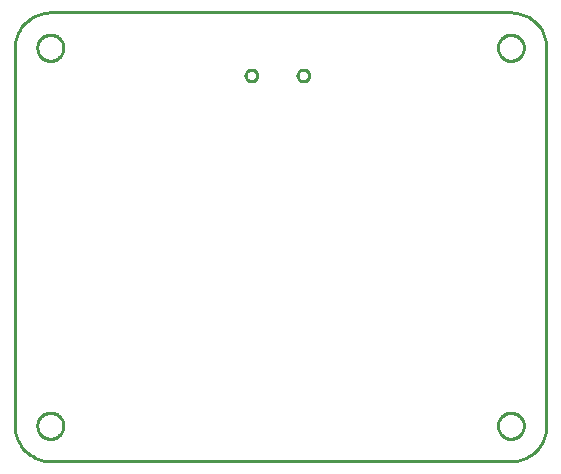
<source format=gbr>
G04 EAGLE Gerber RS-274X export*
G75*
%MOMM*%
%FSLAX34Y34*%
%LPD*%
%IN*%
%IPPOS*%
%AMOC8*
5,1,8,0,0,1.08239X$1,22.5*%
G01*
%ADD10C,0.254000*%


D10*
X0Y30000D02*
X114Y27385D01*
X456Y24791D01*
X1022Y22235D01*
X1809Y19739D01*
X2811Y17321D01*
X4019Y15000D01*
X5425Y12793D01*
X7019Y10716D01*
X8787Y8787D01*
X10716Y7019D01*
X12793Y5425D01*
X15000Y4019D01*
X17321Y2811D01*
X19739Y1809D01*
X22235Y1022D01*
X24791Y456D01*
X27385Y114D01*
X30000Y0D01*
X420000Y0D01*
X422615Y114D01*
X425209Y456D01*
X427765Y1022D01*
X430261Y1809D01*
X432679Y2811D01*
X435000Y4019D01*
X437207Y5425D01*
X439284Y7019D01*
X441213Y8787D01*
X442981Y10716D01*
X444575Y12793D01*
X445981Y15000D01*
X447189Y17321D01*
X448191Y19739D01*
X448978Y22235D01*
X449544Y24791D01*
X449886Y27385D01*
X450000Y30000D01*
X450000Y350000D01*
X449886Y352615D01*
X449544Y355209D01*
X448978Y357765D01*
X448191Y360261D01*
X447189Y362679D01*
X445981Y365000D01*
X444575Y367207D01*
X442981Y369284D01*
X441213Y371213D01*
X439284Y372981D01*
X437207Y374575D01*
X435000Y375981D01*
X432679Y377189D01*
X430261Y378191D01*
X427765Y378978D01*
X425209Y379544D01*
X422615Y379886D01*
X420000Y380000D01*
X30000Y380000D01*
X27385Y379886D01*
X24791Y379544D01*
X22235Y378978D01*
X19739Y378191D01*
X17321Y377189D01*
X15000Y375981D01*
X12793Y374575D01*
X10716Y372981D01*
X8787Y371213D01*
X7019Y369284D01*
X5425Y367207D01*
X4019Y365000D01*
X2811Y362679D01*
X1809Y360261D01*
X1022Y357765D01*
X456Y355209D01*
X114Y352615D01*
X0Y350000D01*
X0Y30000D01*
X41000Y349568D02*
X40932Y348706D01*
X40797Y347852D01*
X40595Y347012D01*
X40328Y346190D01*
X39997Y345391D01*
X39605Y344621D01*
X39153Y343884D01*
X38645Y343185D01*
X38084Y342527D01*
X37473Y341916D01*
X36815Y341355D01*
X36116Y340847D01*
X35379Y340395D01*
X34609Y340003D01*
X33810Y339672D01*
X32988Y339405D01*
X32148Y339203D01*
X31294Y339068D01*
X30432Y339000D01*
X29568Y339000D01*
X28706Y339068D01*
X27852Y339203D01*
X27012Y339405D01*
X26190Y339672D01*
X25391Y340003D01*
X24621Y340395D01*
X23884Y340847D01*
X23185Y341355D01*
X22527Y341916D01*
X21916Y342527D01*
X21355Y343185D01*
X20847Y343884D01*
X20395Y344621D01*
X20003Y345391D01*
X19672Y346190D01*
X19405Y347012D01*
X19203Y347852D01*
X19068Y348706D01*
X19000Y349568D01*
X19000Y350432D01*
X19068Y351294D01*
X19203Y352148D01*
X19405Y352988D01*
X19672Y353810D01*
X20003Y354609D01*
X20395Y355379D01*
X20847Y356116D01*
X21355Y356815D01*
X21916Y357473D01*
X22527Y358084D01*
X23185Y358645D01*
X23884Y359153D01*
X24621Y359605D01*
X25391Y359997D01*
X26190Y360328D01*
X27012Y360595D01*
X27852Y360797D01*
X28706Y360932D01*
X29568Y361000D01*
X30432Y361000D01*
X31294Y360932D01*
X32148Y360797D01*
X32988Y360595D01*
X33810Y360328D01*
X34609Y359997D01*
X35379Y359605D01*
X36116Y359153D01*
X36815Y358645D01*
X37473Y358084D01*
X38084Y357473D01*
X38645Y356815D01*
X39153Y356116D01*
X39605Y355379D01*
X39997Y354609D01*
X40328Y353810D01*
X40595Y352988D01*
X40797Y352148D01*
X40932Y351294D01*
X41000Y350432D01*
X41000Y349568D01*
X41000Y29568D02*
X40932Y28706D01*
X40797Y27852D01*
X40595Y27012D01*
X40328Y26190D01*
X39997Y25391D01*
X39605Y24621D01*
X39153Y23884D01*
X38645Y23185D01*
X38084Y22527D01*
X37473Y21916D01*
X36815Y21355D01*
X36116Y20847D01*
X35379Y20395D01*
X34609Y20003D01*
X33810Y19672D01*
X32988Y19405D01*
X32148Y19203D01*
X31294Y19068D01*
X30432Y19000D01*
X29568Y19000D01*
X28706Y19068D01*
X27852Y19203D01*
X27012Y19405D01*
X26190Y19672D01*
X25391Y20003D01*
X24621Y20395D01*
X23884Y20847D01*
X23185Y21355D01*
X22527Y21916D01*
X21916Y22527D01*
X21355Y23185D01*
X20847Y23884D01*
X20395Y24621D01*
X20003Y25391D01*
X19672Y26190D01*
X19405Y27012D01*
X19203Y27852D01*
X19068Y28706D01*
X19000Y29568D01*
X19000Y30432D01*
X19068Y31294D01*
X19203Y32148D01*
X19405Y32988D01*
X19672Y33810D01*
X20003Y34609D01*
X20395Y35379D01*
X20847Y36116D01*
X21355Y36815D01*
X21916Y37473D01*
X22527Y38084D01*
X23185Y38645D01*
X23884Y39153D01*
X24621Y39605D01*
X25391Y39997D01*
X26190Y40328D01*
X27012Y40595D01*
X27852Y40797D01*
X28706Y40932D01*
X29568Y41000D01*
X30432Y41000D01*
X31294Y40932D01*
X32148Y40797D01*
X32988Y40595D01*
X33810Y40328D01*
X34609Y39997D01*
X35379Y39605D01*
X36116Y39153D01*
X36815Y38645D01*
X37473Y38084D01*
X38084Y37473D01*
X38645Y36815D01*
X39153Y36116D01*
X39605Y35379D01*
X39997Y34609D01*
X40328Y33810D01*
X40595Y32988D01*
X40797Y32148D01*
X40932Y31294D01*
X41000Y30432D01*
X41000Y29568D01*
X431000Y29568D02*
X430932Y28706D01*
X430797Y27852D01*
X430595Y27012D01*
X430328Y26190D01*
X429997Y25391D01*
X429605Y24621D01*
X429153Y23884D01*
X428645Y23185D01*
X428084Y22527D01*
X427473Y21916D01*
X426815Y21355D01*
X426116Y20847D01*
X425379Y20395D01*
X424609Y20003D01*
X423810Y19672D01*
X422988Y19405D01*
X422148Y19203D01*
X421294Y19068D01*
X420432Y19000D01*
X419568Y19000D01*
X418706Y19068D01*
X417852Y19203D01*
X417012Y19405D01*
X416190Y19672D01*
X415391Y20003D01*
X414621Y20395D01*
X413884Y20847D01*
X413185Y21355D01*
X412527Y21916D01*
X411916Y22527D01*
X411355Y23185D01*
X410847Y23884D01*
X410395Y24621D01*
X410003Y25391D01*
X409672Y26190D01*
X409405Y27012D01*
X409203Y27852D01*
X409068Y28706D01*
X409000Y29568D01*
X409000Y30432D01*
X409068Y31294D01*
X409203Y32148D01*
X409405Y32988D01*
X409672Y33810D01*
X410003Y34609D01*
X410395Y35379D01*
X410847Y36116D01*
X411355Y36815D01*
X411916Y37473D01*
X412527Y38084D01*
X413185Y38645D01*
X413884Y39153D01*
X414621Y39605D01*
X415391Y39997D01*
X416190Y40328D01*
X417012Y40595D01*
X417852Y40797D01*
X418706Y40932D01*
X419568Y41000D01*
X420432Y41000D01*
X421294Y40932D01*
X422148Y40797D01*
X422988Y40595D01*
X423810Y40328D01*
X424609Y39997D01*
X425379Y39605D01*
X426116Y39153D01*
X426815Y38645D01*
X427473Y38084D01*
X428084Y37473D01*
X428645Y36815D01*
X429153Y36116D01*
X429605Y35379D01*
X429997Y34609D01*
X430328Y33810D01*
X430595Y32988D01*
X430797Y32148D01*
X430932Y31294D01*
X431000Y30432D01*
X431000Y29568D01*
X431000Y349568D02*
X430932Y348706D01*
X430797Y347852D01*
X430595Y347012D01*
X430328Y346190D01*
X429997Y345391D01*
X429605Y344621D01*
X429153Y343884D01*
X428645Y343185D01*
X428084Y342527D01*
X427473Y341916D01*
X426815Y341355D01*
X426116Y340847D01*
X425379Y340395D01*
X424609Y340003D01*
X423810Y339672D01*
X422988Y339405D01*
X422148Y339203D01*
X421294Y339068D01*
X420432Y339000D01*
X419568Y339000D01*
X418706Y339068D01*
X417852Y339203D01*
X417012Y339405D01*
X416190Y339672D01*
X415391Y340003D01*
X414621Y340395D01*
X413884Y340847D01*
X413185Y341355D01*
X412527Y341916D01*
X411916Y342527D01*
X411355Y343185D01*
X410847Y343884D01*
X410395Y344621D01*
X410003Y345391D01*
X409672Y346190D01*
X409405Y347012D01*
X409203Y347852D01*
X409068Y348706D01*
X409000Y349568D01*
X409000Y350432D01*
X409068Y351294D01*
X409203Y352148D01*
X409405Y352988D01*
X409672Y353810D01*
X410003Y354609D01*
X410395Y355379D01*
X410847Y356116D01*
X411355Y356815D01*
X411916Y357473D01*
X412527Y358084D01*
X413185Y358645D01*
X413884Y359153D01*
X414621Y359605D01*
X415391Y359997D01*
X416190Y360328D01*
X417012Y360595D01*
X417852Y360797D01*
X418706Y360932D01*
X419568Y361000D01*
X420432Y361000D01*
X421294Y360932D01*
X422148Y360797D01*
X422988Y360595D01*
X423810Y360328D01*
X424609Y359997D01*
X425379Y359605D01*
X426116Y359153D01*
X426815Y358645D01*
X427473Y358084D01*
X428084Y357473D01*
X428645Y356815D01*
X429153Y356116D01*
X429605Y355379D01*
X429997Y354609D01*
X430328Y353810D01*
X430595Y352988D01*
X430797Y352148D01*
X430932Y351294D01*
X431000Y350432D01*
X431000Y349568D01*
X239250Y326831D02*
X239313Y327389D01*
X239438Y327936D01*
X239623Y328466D01*
X239867Y328972D01*
X240166Y329448D01*
X240516Y329887D01*
X240913Y330284D01*
X241352Y330634D01*
X241828Y330933D01*
X242334Y331177D01*
X242864Y331362D01*
X243411Y331487D01*
X243969Y331550D01*
X244531Y331550D01*
X245089Y331487D01*
X245636Y331362D01*
X246166Y331177D01*
X246672Y330933D01*
X247148Y330634D01*
X247587Y330284D01*
X247984Y329887D01*
X248334Y329448D01*
X248633Y328972D01*
X248877Y328466D01*
X249062Y327936D01*
X249187Y327389D01*
X249250Y326831D01*
X249250Y326269D01*
X249187Y325711D01*
X249062Y325164D01*
X248877Y324634D01*
X248633Y324128D01*
X248334Y323652D01*
X247984Y323213D01*
X247587Y322816D01*
X247148Y322466D01*
X246672Y322167D01*
X246166Y321923D01*
X245636Y321738D01*
X245089Y321613D01*
X244531Y321550D01*
X243969Y321550D01*
X243411Y321613D01*
X242864Y321738D01*
X242334Y321923D01*
X241828Y322167D01*
X241352Y322466D01*
X240913Y322816D01*
X240516Y323213D01*
X240166Y323652D01*
X239867Y324128D01*
X239623Y324634D01*
X239438Y325164D01*
X239313Y325711D01*
X239250Y326269D01*
X239250Y326831D01*
X195250Y326831D02*
X195313Y327389D01*
X195438Y327936D01*
X195623Y328466D01*
X195867Y328972D01*
X196166Y329448D01*
X196516Y329887D01*
X196913Y330284D01*
X197352Y330634D01*
X197828Y330933D01*
X198334Y331177D01*
X198864Y331362D01*
X199411Y331487D01*
X199969Y331550D01*
X200531Y331550D01*
X201089Y331487D01*
X201636Y331362D01*
X202166Y331177D01*
X202672Y330933D01*
X203148Y330634D01*
X203587Y330284D01*
X203984Y329887D01*
X204334Y329448D01*
X204633Y328972D01*
X204877Y328466D01*
X205062Y327936D01*
X205187Y327389D01*
X205250Y326831D01*
X205250Y326269D01*
X205187Y325711D01*
X205062Y325164D01*
X204877Y324634D01*
X204633Y324128D01*
X204334Y323652D01*
X203984Y323213D01*
X203587Y322816D01*
X203148Y322466D01*
X202672Y322167D01*
X202166Y321923D01*
X201636Y321738D01*
X201089Y321613D01*
X200531Y321550D01*
X199969Y321550D01*
X199411Y321613D01*
X198864Y321738D01*
X198334Y321923D01*
X197828Y322167D01*
X197352Y322466D01*
X196913Y322816D01*
X196516Y323213D01*
X196166Y323652D01*
X195867Y324128D01*
X195623Y324634D01*
X195438Y325164D01*
X195313Y325711D01*
X195250Y326269D01*
X195250Y326831D01*
M02*

</source>
